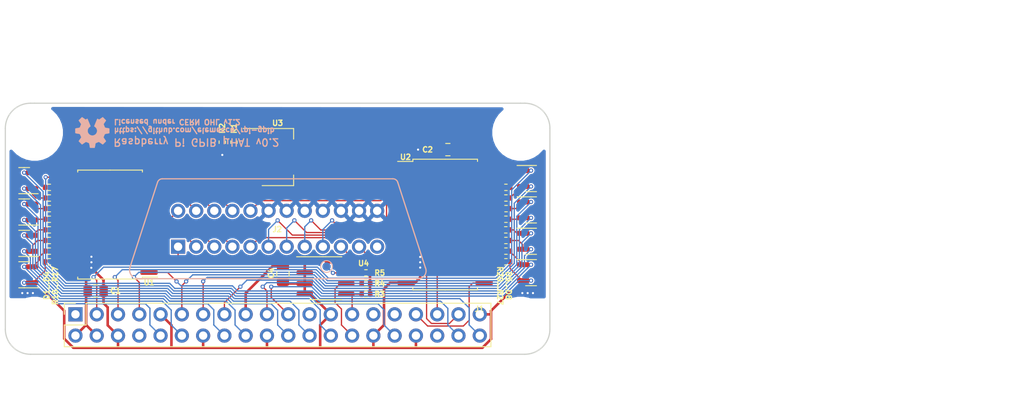
<source format=kicad_pcb>
(kicad_pcb (version 20211014) (generator pcbnew)
  (title_block (title "Raspberry Pi GPIB µHAT") (date "2019-05-17") (rev "0.1") (company "© 2019 Sam Hanes. Licensed under CERN OHL v1.2.") (comment 1 "https://github.com/Elemecca/rpi-gpib"))
  (layers (0 "F.Cu" signal) (31 "B.Cu" signal) (34 "B.Paste" user) (35 "F.Paste" user) (36 "B.SilkS" user "B.Silkscreen") (37 "F.SilkS" user "F.Silkscreen") (38 "B.Mask" user) (39 "F.Mask" user) (44 "Edge.Cuts" user))
  (net 0 "")
  (net 1 "+3V3")
  (net 2 "+5V")
  (net 3 "GND")
  (net 4 "/ID_SD")
  (net 5 "/ID_SC")
  (net 6 "/GPIO12")
  (net 7 "/GPIO13")
  (net 8 "/GPIO19")
  (net 9 "/GPIO26")
  (net 10 "/GPIO20")
  (net 11 "/GPIO21")
  (net 12 "/DIO1")
  (net 13 "/DIO2")
  (net 14 "/DIO3")
  (net 15 "/DIO4")
  (net 16 "/EOI")
  (net 17 "/DAV")
  (net 18 "/NRFD")
  (net 19 "/NDAC")
  (net 20 "/IFC")
  (net 21 "/SRQ")
  (net 22 "/ATN")
  (net 23 "/DIO5")
  (net 24 "/DIO6")
  (net 25 "/DIO7")
  (net 26 "/DIO8")
  (net 27 "/REN")
  (net 28 "/GPIO2")
  (net 29 "/GPIO3")
  (net 30 "/GPIO4")
  (net 31 "/GPIO15")
  (net 32 "/GPIO17")
  (net 33 "/GPIO18")
  (net 34 "/GPIO27")
  (net 35 "/GPIO22")
  (net 36 "/GPIO23")
  (net 37 "/GPIO24")
  (net 38 "/GPIO10")
  (net 39 "/GPIO9")
  (net 40 "/GPIO25")
  (net 41 "/GPIO8")
  (net 42 "/GPIO7")
  (net 43 "/I_DIO1")
  (net 44 "/I_DIO2")
  (net 45 "/I_DIO3")
  (net 46 "/I_DIO4")
  (net 47 "/I_DIO5")
  (net 48 "/I_DIO6")
  (net 49 "/I_DIO7")
  (net 50 "/I_DIO8")
  (net 51 "/I_REN")
  (net 52 "/I_IFC")
  (net 53 "/I_NDAC")
  (net 54 "/I_NRFD")
  (net 55 "/I_DAV")
  (net 56 "/I_EOI")
  (net 57 "/I_ATN")
  (net 58 "/I_SRQ")
  (net 59 "/ID_WP")
  (net 60 "+2V5")
  (net 61 "/GPIO16")
  (net 62 "/GPIO6")
  (net 63 "/GPIO5")
  (net 64 "/GPIO11")
  (net 65 "/GPIO14")
  (net 66 "Earth_Clean")
  (net 67 "Net-(R1-Pad2)")
  (footprint "local:MountingHole_RPi_HAT" (layer "F.Cu") (at 100 123)
    (fp_text reference "H1" hide)
    (fp_text value "MountingHole" hide)
  )
  (footprint "local:MountingHole_RPi_HAT" (layer "F.Cu") (at 158 123)
    (fp_text reference "H2" hide)
    (fp_text value "MountingHole" hide)
  )
  (footprint "local:MountingHole_RPi_HAT" (layer "F.Cu") (at 158 100)
    (fp_text reference "H3" hide)
    (fp_text value "MountingHole" hide)
  )
  (footprint "local:MountingHole_RPi_HAT" (layer "F.Cu") (at 100 100)
    (fp_text reference "H4" hide)
    (fp_text value "MountingHole" hide)
  )
  (footprint "lib:PinSocket_2x20_P2.54mm_Vertical_Centered_Anchor" (layer "F.Cu") (at 129 123 90)
    (fp_text reference "J1")
    (fp_text value "RPI_GPIO")
  )
  (footprint "Capacitor_SMD:C_0805_2012Metric" (layer "F.Cu") (at 129.635 116.904 -90)
    (fp_text reference "C4")
    (fp_text value "1u")
  )
  (footprint "Capacitor_SMD:C_0805_2012Metric" (layer "F.Cu") (at 149.32 102.045 180)
    (fp_text reference "C2")
    (fp_text value "1u")
  )
  (footprint "Capacitor_SMD:C_0805_2012Metric" (layer "F.Cu") (at 107.283 118.936)
    (fp_text reference "C1")
    (fp_text value "1u")
  )
  (footprint "Package_TO_SOT_SMD:SOT-23" (layer "F.Cu") (at 98.75 117 180)
    (fp_text reference "D1" hide)
    (fp_text value "BAT54C")
  )
  (footprint "Package_TO_SOT_SMD:SOT-23" (layer "F.Cu") (at 98.75 113.25 180)
    (fp_text reference "D2" hide)
    (fp_text value "BAT54C")
  )
  (footprint "Package_TO_SOT_SMD:SOT-23" (layer "F.Cu") (at 98.75 109.5 180)
    (fp_text reference "D3" hide)
    (fp_text value "BAT54C")
  )
  (footprint "Package_TO_SOT_SMD:SOT-23" (layer "F.Cu") (at 98.75 105.75 180)
    (fp_text reference "D4" hide)
    (fp_text value "BAT54C")
  )
  (footprint "Package_TO_SOT_SMD:SOT-23" (layer "F.Cu") (at 159.25 105.5)
    (fp_text reference "D5" hide)
    (fp_text value "BAT54C")
  )
  (footprint "Package_TO_SOT_SMD:SOT-23" (layer "F.Cu") (at 159.25 109.25)
    (fp_text reference "D6" hide)
    (fp_text value "BAT54C")
  )
  (footprint "Package_TO_SOT_SMD:SOT-23" (layer "F.Cu") (at 159.25 116.75)
    (fp_text reference "D8" hide)
    (fp_text value "BAT54C")
  )
  (footprint "Package_SO:SOIC-20W_7.5x12.8mm_P1.27mm" (layer "F.Cu") (at 109 111 180)
    (fp_text reference "U1")
    (fp_text value "SN75160BDW")
  )
  (footprint "Package_SO:SOIC-8_3.9x4.9mm_P1.27mm" (layer "F.Cu") (at 134.715 117.412)
    (fp_text reference "U4")
    (fp_text value "CAT24C32")
  )
  (footprint "Package_SO:SOIC-24W_7.5x15.4mm_P1.27mm" (layer "F.Cu") (at 149 111)
    (fp_text reference "U2")
    (fp_text value "SN75162BDW")
  )
  (footprint "Resistor_SMD:R_0402_1005Metric" (layer "F.Cu") (at 101.75 115.445 180)
    (fp_text reference "R10" hide)
    (fp_text value "500R")
  )
  (footprint "Resistor_SMD:R_0402_1005Metric" (layer "F.Cu") (at 101.75 114.175 180)
    (fp_text reference "R11" hide)
    (fp_text value "500R")
  )
  (footprint "Resistor_SMD:R_0402_1005Metric" (layer "F.Cu") (at 101.75 112.905 180)
    (fp_text reference "R12" hide)
    (fp_text value "500R")
  )
  (footprint "Resistor_SMD:R_0402_1005Metric" (layer "F.Cu") (at 101.75 111.635 180)
    (fp_text reference "R13" hide)
    (fp_text value "500R")
  )
  (footprint "Resistor_SMD:R_0402_1005Metric" (layer "F.Cu") (at 101.75 110.365 180)
    (fp_text reference "R14" hide)
    (fp_text value "500R")
  )
  (footprint "Resistor_SMD:R_0402_1005Metric" (layer "F.Cu") (at 101.75 109.095 180)
    (fp_text reference "R15" hide)
    (fp_text value "500R")
  )
  (footprint "Resistor_SMD:R_0402_1005Metric" (layer "F.Cu") (at 101.75 106.555 180)
    (fp_text reference "R17" hide)
    (fp_text value "500R")
  )
  (footprint "Resistor_SMD:R_0402_1005Metric" (layer "F.Cu") (at 156.25 106.555)
    (fp_text reference "R20" hide)
    (fp_text value "500R")
  )
  (footprint "Resistor_SMD:R_0402_1005Metric" (layer "F.Cu") (at 156.25 107.825)
    (fp_text reference "R21" hide)
    (fp_text value "500R")
  )
  (footprint "Resistor_SMD:R_0402_1005Metric" (layer "F.Cu") (at 156.265 109.095)
    (fp_text reference "R22" hide)
    (fp_text value "500R")
  )
  (footprint "Resistor_SMD:R_0402_1005Metric" (layer "F.Cu") (at 156.25 110.365)
    (fp_text reference "R23" hide)
    (fp_text value "500R")
  )
  (footprint "Resistor_SMD:R_0402_1005Metric" (layer "F.Cu") (at 156.235 111.635)
    (fp_text reference "R24" hide)
    (fp_text value "500R")
  )
  (footprint "Resistor_SMD:R_0402_1005Metric" (layer "F.Cu") (at 156.25 112.905)
    (fp_text reference "R25" hide)
    (fp_text value "500R")
  )
  (footprint "Resistor_SMD:R_0402_1005Metric" (layer "F.Cu") (at 156.25 114.175)
    (fp_text reference "R26" hide)
    (fp_text value "500R")
  )
  (footprint "Resistor_SMD:R_0402_1005Metric" (layer "F.Cu") (at 156.25 115.445)
    (fp_text reference "R27" hide)
    (fp_text value "500R")
  )
  (footprint "Resistor_SMD:R_0402_1005Metric" (layer "F.Cu") (at 139.541 119.317 180)
    (fp_text reference "R3")
    (fp_text value "3k9")
  )
  (footprint "Resistor_SMD:R_0402_1005Metric" (layer "F.Cu") (at 139.541 118.047 180)
    (fp_text reference "R4")
    (fp_text value "3k9")
  )
  (footprint "Resistor_SMD:R_0402_1005Metric" (layer "F.Cu") (at 139.541 116.777 180)
    (fp_text reference "R5")
    (fp_text value "1k")
  )
  (footprint "Resistor_SMD:R_0402_1005Metric" (layer "F.Cu") (at 101.75 107.825 180)
    (fp_text reference "R16" hide)
    (fp_text value "500R")
  )
  (footprint "Package_TO_SOT_SMD:SOT-23" (layer "F.Cu") (at 159.25 113)
    (fp_text reference "D7" hide)
    (fp_text value "BAT54C")
  )
  (footprint "Resistor_SMD:R_0402_1005Metric" (layer "F.Cu") (at 123.793 101.156 90)
    (fp_text reference "R1")
    (fp_text value "100R")
  )
  (footprint "Resistor_SMD:R_0402_1005Metric" (layer "F.Cu") (at 122.396 101.156 -90)
    (fp_text reference "R2")
    (fp_text value "100R")
  )
  (footprint "Package_TO_SOT_SMD:SOT-223-3_TabPin2" (layer "F.Cu") (at 129 102.934)
    (fp_text reference "U3")
    (fp_text value "LM317_SOT-223")
  )
  (footprint "local:NorComp_111-024-113L001" (layer "B.Cu") (at 129 111.5)
    (fp_text reference "J2")
    (fp_text value "GPIB")
  )
  (footprint "local:OSHW" (layer "B.Cu") (at 106.889 100)
    (fp_text reference "OSHW" hide)
    (fp_text value "LOGO" hide)
  )
  (footprint "TestPoint:TestPoint_Pad_D1.0mm" (layer "B.Cu") (at 134.842 116.015)
    (fp_text reference "TP1" hide)
    (fp_text value "TestPoint" hide)
  )
  (gr_line (start 100 96.5) (end 158 96.5) (layer "Edge.Cuts") (width 0.15))
  (gr_arc (start 161.5 123.5) (mid 160.62132 125.62132) (end 158.5 126.5) (layer "Edge.Cuts") (width 0.15))
  (gr_arc (start 158.5 96.5) (mid 160.62132 97.37868) (end 161.5 99.5) (layer "Edge.Cuts") (width 0.15))
  (gr_arc (start 96.5 99.5) (mid 97.37868 97.37868) (end 99.5 96.5) (layer "Edge.Cuts") (width 0.15))
  (gr_arc (start 99.5 126.5) (mid 97.37868 125.62132) (end 96.5 123.5) (layer "Edge.Cuts") (width 0.15))
  (gr_line (start 96.5 99.5) (end 96.5 123.5) (layer "Edge.Cuts") (width 0.15))
  (gr_line (start 99.5 126.5) (end 158.5 126.5) (layer "Edge.Cuts") (width 0.15))
  (gr_line (start 161.5 123.5) (end 161.5 99.5) (layer "Edge.Cuts") (width 0.15))
  (gr_line (start 158 96.5) (end 158.5 96.5) (layer "Edge.Cuts") (width 0.15))
  (gr_line (start 100 96.5) (end 99.5 96.5) (layer "Edge.Cuts") (width 0.15))
  (gr_text "https://github.com/elemecca/rpi-gpib\nLicensed under CERN OHL v1.2" (at 109.389 99.251 180) (layer "B.SilkS") (effects (font (size 0.635 0.635) (thickness 0.1524)) (justify left mirror)))
  (gr_text "Raspberry Pi GPIB µHAT v0.2" (at 109.315 101.156 180) (layer "B.SilkS") (effects (font (size 0.889 0.889) (thickness 0.1524)) (justify left mirror)))
  (gr_text "D5...D8\nR20...R27" (at 156.051 118.301 -90) (layer "F.SilkS") (effects (font (size 0.635 0.635) (thickness 0.1524))))
  (gr_text "D1...D4\nR10...R17" (at 101.949 118.301 90) (layer "F.SilkS") (effects (font (size 0.635 0.635) (thickness 0.1524))))
  (segment (start 140.026 115.992) (end 140.026 119.317) (width 0.3048) (layer "F.Cu") (net 1))
  (segment (start 134.23719 114.90219) (end 130.87481 114.90219) (width 0.3048) (layer "F.Cu") (net 1))
  (segment (start 134.842 115.507) (end 134.23719 114.90219) (width 0.3048) (layer "F.Cu") (net 1))
  (segment (start 125.19 119.19) (end 128.4135 115.9665) (width 0.3048) (layer "F.Cu") (net 1))
  (segment (start 130.87481 114.90219) (end 129.8105 115.9665) (width 0.3048) (layer "F.Cu") (net 1))
  (segment (start 137.19 115.507) (end 134.842 115.507) (width 0.3048) (layer "F.Cu") (net 1))
  (segment (start 128.4135 115.9665) (end 129.635 115.9665) (width 0.3048) (layer "F.Cu") (net 1))
  (segment (start 139.541 115.507) (end 140.026 115.992) (width 0.3048) (layer "F.Cu") (net 1))
  (segment (start 125.19 121.73) (end 125.19 119.19) (width 0.3048) (layer "F.Cu") (net 1))
  (segment (start 137.19 115.507) (end 139.541 115.507) (width 0.3048) (layer "F.Cu") (net 1))
  (segment (start 129.8105 115.9665) (end 129.635 115.9665) (width 0.3048) (layer "F.Cu") (net 1))
  (segment (start 106.3455 118.936) (end 106.14 119.1415) (width 0.3048) (layer "F.Cu") (net 2))
  (segment (start 140.543 105.234) (end 142.462 103.315) (width 0.3048) (layer "F.Cu") (net 2))
  (segment (start 122.72621 104.53421) (end 108.60379 104.53421) (width 0.3048) (layer "F.Cu") (net 2))
  (segment (start 151.352 103.315) (end 152.052 104.015) (width 0.3048) (layer "F.Cu") (net 2))
  (segment (start 107.41 124.27) (end 106.14 123) (width 0.3048) (layer "F.Cu") (net 2))
  (segment (start 152.052 104.015) (end 153.65 104.015) (width 0.3048) (layer "F.Cu") (net 2))
  (segment (start 125.85 105.234) (end 123.426 105.234) (width 0.3048) (layer "F.Cu") (net 2))
  (segment (start 123.426 105.234) (end 122.72621 104.53421) (width 0.3048) (layer "F.Cu") (net 2))
  (segment (start 104.35 116.715) (end 106.075 116.715) (width 0.3048) (layer "F.Cu") (net 2))
  (segment (start 153.608 103.973) (end 153.65 104.015) (width 0.3048) (layer "F.Cu") (net 2))
  (segment (start 153.638 104.003) (end 153.65 104.015) (width 0.3048) (layer "F.Cu") (net 2))
  (segment (start 124.834 105.234) (end 140.543 105.234) (width 0.3048) (layer "F.Cu") (net 2))
  (segment (start 106.14 106.998) (end 106.14 123) (width 0.3048) (layer "F.Cu") (net 2))
  (segment (start 142.462 103.315) (end 151.352 103.315) (width 0.3048) (layer "F.Cu") (net 2))
  (segment (start 150.2575 102.045) (end 150.2575 103.2665) (width 0.3048) (layer "F.Cu") (net 2))
  (segment (start 104.87 124.27) (end 106.14 123) (width 0.3048) (layer "F.Cu") (net 2))
  (segment (start 108.60379 104.53421) (end 106.14 106.998) (width 0.3048) (layer "F.Cu") (net 2))
  (segment (start 125.643 105.027) (end 125.85 105.234) (width 0.3048) (layer "F.Cu") (net 2))
  (segment (start 104.620894 125.73) (end 103.527401 124.636507) (width 0.3048) (layer "F.Cu") (net 3))
  (segment (start 140.43 125.6914) (end 140.43 124.27) (width 0.3048) (layer "F.Cu") (net 3))
  (segment (start 106.7623 116.1674) (end 106.7623 107.2647) (width 0.3048) (layer "F.Cu") (net 3))
  (segment (start 156.589446 119.19) (end 158.21 119.19) (width 0.3048) (layer "F.Cu") (net 3))
  (segment (start 132.937 119.317) (end 132.24 119.317) (width 0.3048) (layer "F.Cu") (net 3))
  (segment (start 120.11 125.7168) (end 120.11 124.27) (width 0.3048) (layer "F.Cu") (net 3))
  (segment (start 127.73 125.7041) (end 127.73 124.27) (width 0.3048) (layer "F.Cu") (net 3))
  (segment (start 135.35 121.73) (end 134.08 123) (width 0.3048) (layer "F.Cu") (net 3))
  (segment (start 153.435752 125.73) (end 104.620894 125.73) (width 0.3048) (layer "F.Cu") (net 3))
  (segment (start 129.8405 118.047) (end 129.635 117.8415) (width 0.3048) (layer "F.Cu") (net 3))
  (segment (start 108.2228 120.3965) (end 108.2228 118.9383) (width 0.3048) (layer "F.Cu") (net 3))
  (segment (start 108.7181 123.0381) (end 108.7181 120.8918) (width 0.3048) (layer "F.Cu") (net 3))
  (segment (start 103.527401 121.306847) (end 101.410554 119.19) (width 0.3048) (layer "F.Cu") (net 3))
  (segment (start 108.742 105.285) (end 113.65 105.285) (width 0.3048) (layer "F.Cu") (net 3))
  (segment (start 154.472599 124.693153) (end 154.472599 121.306847) (width 0.3048) (layer "F.Cu") (net 3))
  (segment (start 132.24 119.317) (end 132.24 115.507) (width 0.3048) (layer "F.Cu") (net 3))
  (segment (start 116.3249 123.0249) (end 115.03 121.73) (width 0.3048) (layer "F.Cu") (net 3))
  (segment (start 108.2205 118.936) (end 108.2205 117.6256) (width 0.3048) (layer "F.Cu") (net 3))
  (segment (start 108.2205 117.6256) (end 106.7623 116.1674) (width 0.3048) (layer "F.Cu") (net 3))
  (segment (start 132.24 118.047) (end 129.8405 118.047) (width 0.3048) (layer "F.Cu") (net 3))
  (segment (start 106.7623 107.2647) (end 108.742 105.285) (width 0.3048) (layer "F.Cu") (net 3))
  (segment (start 145.375 117.985) (end 146.018 117.342) (width 0.3048) (layer "F.Cu") (net 3))
  (segment (start 122.396 101.666) (end 122.396 102.68) (width 0.3048) (layer "F.Cu") (net 3))
  (segment (start 108.7181 120.8918) (end 108.2228 120.3965) (width 0.3048) (layer "F.Cu") (net 3))
  (segment (start 154.472599 124.693153) (end 153.435752 125.73) (width 0.3048) (layer "F.Cu") (net 3))
  (segment (start 116.3249 125.73) (end 116.3249 123.0249) (width 0.3048) (layer "F.Cu") (net 3))
  (segment (start 134.08 123) (end 134.08 125.667) (width 0.3048) (layer "F.Cu") (net 3))
  (segment (start 141.7 123) (end 141.7 118.682) (width 0.3048) (layer "F.Cu") (net 3))
  (segment (start 158.845 119.19) (end 159.48 119.19) (width 0.3048) (layer "F.Cu") (net 3))
  (segment (start 99.79 119.19) (end 99.155 119.19) (width 0.3048) (layer "F.Cu") (net 3))
  (segment (start 109.95 124.27) (end 109.95 125.666) (width 0.3048) (layer "F.Cu") (net 3))
  (segment (start 142.397 117.985) (end 144.35 117.985) (width 0.3048) (layer "F.Cu") (net 3))
  (segment (start 153.13 121.73) (end 154.418198 121.73) (width 0.3048) (layer "F.Cu") (net 3))
  (segment (start 144.35 117.985) (end 145.375 117.985) (width 0.3048) (layer "F.Cu") (net 3))
  (segment (start 158.21 119.19) (end 158.845 119.19) (width 0.3048) (layer "F.Cu") (net 3))
  (segment (start 146.018 116.142) (end 146.018 115.507) (width 0.3048) (layer "F.Cu") (net 3))
  (segment (start 108.2228 118.9383) (end 108.2205 118.936) (width 0.3048) (layer "F.Cu") (net 3))
  (segment (start 135.35 121.73) (end 132.937 119.317) (width 0.3048) (layer "F.Cu") (net 3))
  (segment (start 129.6835 118.047) (end 129.635 118.0955) (width 0.3048) (layer "F.Cu") (net 3))
  (segment (start 109.95 124.27) (end 108.7181 123.0381) (width 0.3048) (layer "F.Cu") (net 3))
  (segment (start 140.43 124.27) (end 141.7 123) (width 0.3048) (layer "F.Cu") (net 3))
  (segment (start 145.51 124.27) (end 145.51 125.6914) (width 0.3048) (layer "F.Cu") (net 3))
  (segment (start 141.7 118.682) (end 142.397 117.985) (width 0.3048) (layer "F.Cu") (net 3))
  (segment (start 146.018 115.507) (end 146.018 114.872) (width 0.3048) (layer "F.Cu") (net 3))
  (segment (start 148.3825 102.045) (end 145.764 102.045) (width 0.3048) (layer "F.Cu") (net 3))
  (segment (start 99.155 119.19) (end 98.52 119.19) (width 0.3048) (layer "F.Cu") (net 3))
  (segment (start 154.472599 121.306847) (end 156.589446 119.19) (width 0.3048) (layer "F.Cu") (net 3))
  (segment (start 146.018 117.342) (end 146.018 116.142) (width 0.3048) (layer "F.Cu") (net 3))
  (segment (start 103.527401 124.636507) (end 103.527401 121.306847) (width 0.3048) (layer "F.Cu") (net 3))
  (segment (start 101.410554 119.19) (end 99.79 119.19) (width 0.3048) (layer "F.Cu") (net 3))
  (via (at 106.7623 116.1674) (size 0.508) (drill 0.254) (layers "F.Cu" "B.Cu") (net 3))
  (via (at 106.775 115.507) (size 0.508) (drill 0.254) (layers "F.Cu" "B.Cu") (net 3))
  (via (at 159.48 119.19) (size 0.508) (drill 0.254) (layers "F.Cu" "B.Cu") (net 3))
  (via (at 145.764 102.045) (size 0.508) (drill 0.254) (layers "F.Cu" "B.Cu") (net 3))
  (via (at 146.018 114.872) (size 0.508) (drill 0.254) (layers "F.Cu" "B.Cu") (net 3))
  (via (at 158.845 119.19) (size 0.508) (drill 0.254) (layers "F.Cu" "B.Cu") (net 3))
  (via (at 146.018 115.507) (size 0.508) (drill 0.254) (layers "F.Cu" "B.Cu") (net 3))
  (via (at 99.79 119.19) (size 0.508) (drill 0.254) (layers "F.Cu" "B.Cu") (net 3))
  (via (at 146.018 116.142) (size 0.508) (drill 0.254) (layers "F.Cu" "B.Cu") (net 3))
  (via (at 98.52 119.19) (size 0.508) (drill 0.254) (layers "F.Cu" "B.Cu") (net 3))
  (via (at 122.396 102.68) (size 0.508) (drill 0.254) (layers "F.Cu" "B.Cu") (net 3))
  (via (at 99.155 119.19) (size 0.508) (drill 0.254) (layers "F.Cu" "B.Cu") (net 3))
  (via (at 106.775 114.8466) (size 0.508) (drill 0.254) (layers "F.Cu" "B.Cu") (net 3))
  (via (at 158.21 119.19) (size 0.508) (drill 0.254) (layers "F.Cu" "B.Cu") (net 3))
  (segment (start 137.19 119.317) (end 139.056 119.317) (width 0.1524) (layer "F.Cu") (net 4))
  (segment (start 137.89 121.73) (end 137.89 119.444) (width 0.1524) (layer "F.Cu") (net 4))
  (segment (start 137.19 118.047) (end 139.056 118.047) (width 0.1524) (layer "F.Cu") (net 5))
  (segment (start 137.89 124.27) (end 137.763 124.27) (width 0.1524) (layer "F.Cu") (net 5))
  (segment (start 136.62 121.095) (end 135.858 120.333) (width 0.1524) (layer "F.Cu") (net 5))
  (segment (start 136.62 123) (end 136.62 121.095) (width 0.1524) (layer "F.Cu") (net 5))
  (segment (start 137.89 124.27) (end 136.62 123) (width 0.1524) (layer "F.Cu") (net 5))
  (segment (start 135.858 118.682) (end 136.493 118.047) (width 0.1524) (layer "F.Cu") (net 5))
  (segment (start 136.493 118.047) (end 137.19 118.047) (width 0.1524) (layer "F.Cu") (net 5))
  (segment (start 135.858 120.333) (end 135.858 118.682) (width 0.1524) (layer "F.Cu") (net 5))
  (segment (start 98.75 104.8) (end 99.75 104.8) (width 0.1524) (layer "F.Cu") (net 6))
  (segment (start 100.552 105.602) (end 99.75 104.8) (width 0.1524) (layer "F.Cu") (net 6))
  (segment (start 100.552 105.855) (end 100.552 105.602) (width 0.1524) (layer "F.Cu") (net 6))
  (segment (start 101.252 106.555) (end 100.552 105.855) (width 0.1524) (layer "F.Cu") (net 6))
  (segment (start 101.265 106.555) (end 101.252 106.555) (width 0.1524) (layer "F.Cu") (net 6))
  (via (at 98.75 104.8) (size 0.508) (drill 0.254) (layers "F.Cu" "B.Cu") (net 6))
  (segment (start 101.009243 107.059243) (end 98.75 104.8) (width 0.1524) (layer "B.Cu") (net 6))
  (segment (start 142.97 124.27) (end 141.7 123) (width 0.1524) (layer "B.Cu") (net 6))
  (segment (start 101.009243 115.722848) (end 101.009243 107.059243) (width 0.1524) (layer "B.Cu") (net 6))
  (segment (start 141.7 121.185835) (end 140.974166 120.460001) (width 0.1524) (layer "B.Cu") (net 6))
  (segment (start 132.8708 119.545568) (end 123.967828 119.545568) (width 0.1524) (layer "B.Cu") (net 6))
  (segment (start 123.358213 118.935953) (end 116.600351 118.935952) (width 0.1524) (layer "B.Cu") (net 6))
  (segment (start 140.974166 120.460001) (end 133.785232 120.460001) (width 0.1524) (layer "B.Cu") (net 6))
  (segment (start 123.967828 119.545568) (end 123.358213 118.935953) (width 0.1524) (layer "B.Cu") (net 6))
  (segment (start 133.785232 120.460001) (end 132.8708 119.545568) (width 0.1524) (layer "B.Cu") (net 6))
  (segment (start 115.990725 118.326326) (end 103.61272 118.326325) (width 0.1524) (layer "B.Cu") (net 6))
  (segment (start 116.600351 118.935952) (end 115.990725 118.326326) (width 0.1524) (layer "B.Cu") (net 6))
  (segment (start 103.61272 118.326325) (end 101.009243 115.722848) (width 0.1524) (layer "B.Cu") (net 6))
  (segment (start 141.7 123) (end 141.7 121.185835) (width 0.1524) (layer "B.Cu") (net 6))
  (segment (start 151.86 118.428) (end 152.303 117.985) (width 0.1524) (layer "F.Cu") (net 7))
  (segment (start 146.907 123.127) (end 151.172128 123.127) (width 0.1524) (layer "F.Cu") (net 7))
  (segment (start 152.303 117.985) (end 153.65 117.985) (width 0.1524) (layer "F.Cu") (net 7))
  (segment (start 145.51 121.73) (end 146.907 123.127) (width 0.1524) (layer "F.Cu") (net 7))
  (segment (start 151.86 122.439128) (end 151.86 118.428) (width 0.1524) (layer "F.Cu") (net 7))
  (segment (start 151.172128 123.127) (end 151.86 122.439128) (width 0.1524) (layer "F.Cu") (net 7))
  (segment (start 148.05 121.73) (end 148.05 106.236) (width 0.1524) (layer "F.Cu") (net 8))
  (segment (start 145.829 104.015) (end 144.35 104.015) (width 0.1524) (layer "F.Cu") (net 8))
  (segment (start 148.05 106.236) (end 145.829 104.015) (width 0.1524) (layer "F.Cu") (net 8))
  (segment (start 150.59 121.73) (end 149.497811 122.822189) (width 0.1524) (layer "F.Cu") (net 9))
  (segment (start 149.497811 122.822189) (end 147.364189 122.822189) (width 0.1524) (layer "F.Cu") (net 9))
  (segment (start 146.78 122.238) (end 146.78 106.236) (width 0.1524) (layer "F.Cu") (net 9))
  (segment (start 145.829 105.285) (end 144.35 105.285) (width 0.1524) (layer "F.Cu") (net 9))
  (segment (start 147.364189 122.822189) (end 146.78 122.238) (width 0.1524) (layer "F.Cu") (net 9))
  (segment (start 146.78 106.236) (end 145.829 105.285) (width 0.1524) (layer "F.Cu") (net 9))
  (segment (start 101.314 105.347) (end 104.288 105.347) (width 0.1524) (layer "F.Cu") (net 10))
  (segment (start 104.288 105.347) (end 104.35 105.285) (width 0.1524) (layer "F.Cu") (net 10))
  (via (at 101.314 105.347) (size 0.508) (drill 0.254) (layers "F.Cu" "B.Cu") (net 10))
  (segment (start 123.48447 118.631144) (end 124.094084 119.240758) (width 0.1524) (layer "B.Cu") (net 10))
  (segment (start 124.094084 119.240758) (end 132.997057 119.240759) (width 0.1524) (layer "B.Cu") (net 10))
  (segment (start 149.32 121.020872) (end 149.32 123) (width 0.1524) (layer "B.Cu") (net 10))
  (segment (start 116.116979 118.021514) (end 116.726608 118.631143) (width 0.1524) (layer "B.Cu") (net 10))
  (segment (start 148.454319 120.155191) (end 149.32 121.020872) (width 0.1524) (layer "B.Cu") (net 10))
  (segment (start 133.911488 120.155191) (end 148.454319 120.155191) (width 0.1524) (layer "B.Cu") (net 10))
  (segment (start 116.726608 118.631143) (end 123.48447 118.631144) (width 0.1524) (layer "B.Cu") (net 10))
  (segment (start 101.314054 105.347054) (end 101.314 105.347) (width 0.1524) (layer "B.Cu") (net 10))
  (segment (start 101.314054 115.596592) (end 103.738976 118.021514) (width 0.1524) (layer "B.Cu") (net 10))
  (segment (start 149.32 123) (end 150.59 124.27) (width 0.1524) (layer "B.Cu") (net 10))
  (segment (start 101.314054 115.596592) (end 101.314054 105.347054) (width 0.1524) (layer "B.Cu") (net 10))
  (segment (start 132.997057 119.240759) (end 133.911488 120.155191) (width 0.1524) (layer "B.Cu") (net 10))
  (segment (start 103.738976 118.021514) (end 116.116979 118.021514) (width 0.1524) (layer "B.Cu") (net 10))
  (segment (start 113.65 116.715) (end 115.857 116.715) (width 0.1524) (layer "F.Cu") (net 11))
  (segment (start 116.935 117.793) (end 115.857 116.715) (width 0.1524) (layer "F.Cu") (net 11))
  (via (at 116.935 117.793) (size 0.508) (drill 0.254) (layers "F.Cu" "B.Cu") (net 11))
  (segment (start 133.140883 118.935949) (end 124.22034 118.935948) (width 0.1524) (layer "B.Cu") (net 11))
  (segment (start 151.86 120.968) (end 150.742381 119.850381) (width 0.1524) (layer "B.Cu") (net 11))
  (segment (start 134.055315 119.850381) (end 133.140883 118.935949) (width 0.1524) (layer "B.Cu") (net 11))
  (segment (start 123.610727 118.326335) (end 117.468335 118.326335) (width 0.1524) (layer "B.Cu") (net 11))
  (segment (start 124.22034 118.935948) (end 123.610727 118.326335) (width 0.1524) (layer "B.Cu") (net 11))
  (segment (start 117.468335 118.326335) (end 116.935 117.793) (width 0.1524) (layer "B.Cu") (net 11))
  (segment (start 150.742381 119.850381) (end 134.055315 119.850381) (width 0.1524) (layer "B.Cu") (net 11))
  (segment (start 153.13 124.27) (end 151.86 123) (width 0.1524) (layer "B.Cu") (net 11))
  (segment (start 151.86 123) (end 151.86 120.968) (width 0.1524) (layer "B.Cu") (net 11))
  (segment (start 116.6887 115.445) (end 113.65 115.445) (width 0.1524) (layer "F.Cu") (net 12))
  (segment (start 117.12 113.645) (end 117.12 115.0137) (width 0.1524) (layer "F.Cu") (net 12))
  (segment (start 117.12 115.0137) (end 116.6887 115.445) (width 0.1524) (layer "F.Cu") (net 12))
  (segment (start 116.056445 112.244621) (end 117.879621 112.244621) (width 0.1524) (layer "F.Cu") (net 13))
  (segment (start 115.5 112.801066) (end 116.056445 112.244621) (width 0.1524) (layer "F.Cu") (net 13))
  (segment (start 117.879621 112.244621) (end 119.28 113.645) (width 0.1524) (layer "F.Cu") (net 13))
  (segment (start 113.65 114.175) (end 114.965 114.175) (width 0.1524) (layer "F.Cu") (net 13))
  (segment (start 115.5 113.64) (end 115.5 112.801066) (width 0.1524) (layer "F.Cu") (net 13))
  (segment (start 114.965 114.175) (end 115.5 113.64) (width 0.1524) (layer "F.Cu") (net 13))
  (segment (start 114.965 112.905) (end 115.93019 111.93981) (width 0.1524) (layer "F.Cu") (net 14))
  (segment (start 115.93019 111.93981) (end 119.73481 111.93981) (width 0.1524) (layer "F.Cu") (net 14))
  (segment (start 119.73481 111.93981) (end 121.44 113.645) (width 0.1524) (layer "F.Cu") (net 14))
  (segment (start 113.65 112.905) (end 114.965 112.905) (width 0.1524) (layer "F.Cu") (net 14))
  (segment (start 113.65 111.635) (end 121.59 111.635) (width 0.1524) (layer "F.Cu") (net 15))
  (segment (start 121.59 111.635) (end 123.6 113.645) (width 0.1524) (layer "F.Cu") (net 15))
  (segment (start 144.35 112.905) (end 142.527 112.905) (width 0.1524) (layer "F.Cu") (net 16))
  (segment (start 142.527 112.905) (end 142.188399 112.566399) (width 0.1524) (layer "F.Cu") (net 16))
  (segment (start 142.188399 112.566399) (end 126.838601 112.566399) (width 0.1524) (layer "F.Cu") (net 16))
  (segment (start 126.838601 112.566399) (end 125.76 113.645) (width 0.1524) (layer "F.Cu") (net 16))
  (segment (start 141.285609 112.261589) (end 130.761589 112.261589) (width 0.1524) (layer "F.Cu") (net 17))
  (segment (start 144.35 111.635) (end 141.912198 111.635) (width 0.1524) (layer "F.Cu") (net 17))
  (segment (start 141.912198 111.635) (end 141.285609 112.261589) (width 0.1524) (layer "F.Cu") (net 17))
  (segment (start 130.761589 112.261589) (end 129 110.5) (width 0.1524) (layer "F.Cu") (net 17))
  (via (at 129 110.5) (size 0.508) (drill 0.254) (layers "F.Cu" "B.Cu") (net 17))
  (segment (start 127.92 113.645) (end 127.92 111.58) (width 0.1524) (layer "B.Cu") (net 17))
  (segment (start 127.92 111.58) (end 129 110.5) (width 0.1524) (layer "B.Cu") (net 17))
  (segment (start 142.751132 110.365) (end 141.159352 111.95678) (width 0.1524) (layer "F.Cu") (net 18))
  (segment (start 141.159352 111.95678) (end 132.456779 111.956779) (width 0.1524) (layer "F.Cu") (net 18))
  (segment (start 144.35 110.365) (end 142.751132 110.365) (width 0.1524) (layer "F.Cu") (net 18))
  (segment (start 132.456779 111.956779) (end 131 110.5) (width 0.1524) (layer "F.Cu") (net 18))
  (via (at 131 110.5) (size 0.508) (drill 0.254) (layers "F.Cu" "B.Cu") (net 18))
  (segment (start 130.08 113.645) (end 130.08 111.42) (width 0.1524) (layer "B.Cu") (net 18))
  (segment (start 130.08 111.42) (end 131 110.5) (width 0.1524) (layer "B.Cu") (net 18))
  (segment (start 142.30481 109.56819) (end 142.778 109.095) (width 0.1524) (layer "F.Cu") (net 19))
  (segment (start 134.151969 111.651969) (end 141.033098 111.651968) (width 0.1524) (layer "F.Cu") (net 19))
  (segment (start 141.033098 111.651968) (end 142.30481 110.380256) (width 0.1524) (layer "F.Cu") (net 19))
  (segment (start 142.778 109.095) (end 144.35 109.095) (width 0.1524) (layer "F.Cu") (net 19))
  (segment (start 133 110.5) (end 134.151969 111.651969) (width 0.1524) (layer "F.Cu") (net 19))
  (segment (start 142.30481 110.380256) (end 142.30481 109.56819) (width 0.1524) (layer "F.Cu") (net 19))
  (via (at 133 110.5) (size 0.508) (drill 0.254) (layers "F.Cu" "B.Cu") (net 19))
  (segment (start 132.24 113.645) (end 132.24 111.26) (width 0.1524) (layer "B.Cu") (net 19))
  (segment (start 132.24 111.26) (end 133 110.5) (width 0.1524) (layer "B.Cu") (net 19))
  (segment (start 140.906841 111.347159) (end 142 110.254) (width 0.1524) (layer "F.Cu") (net 20))
  (segment (start 135.5 110.5) (end 136.347159 111.347159) (width 0.1524) (layer "F.Cu") (net 20))
  (segment (start 142.778 107.825) (end 144.35 107.825) (width 0.1524) (layer "F.Cu") (net 20))
  (segment (start 136.347159 111.347159) (end 140.906841 111.347159) (width 0.1524) (layer "F.Cu") (net 20))
  (segment (start 142 110.254) (end 142 108.603) (width 0.1524) (layer "F.Cu") (net 20))
  (segment (start 142 108.603) (end 142.778 107.825) (width 0.1524) (layer "F.Cu") (net 20))
  (via (at 135.5 110.5) (size 0.508) (drill 0.254) (layers "F.Cu" "B.Cu") (net 20))
  (segment (start 134.4 111.6) (end 135.5 110.5) (width 0.1524) (layer "B.Cu") (net 20))
  (segment (start 134.4 113.645) (end 134.4 111.6) (width 0.1524) (layer "B.Cu") (net 20))
  (segment (start 137.66 114.745) (end 136.56 113.645) (width 0.1524) (layer "F.Cu") (net 21))
  (segment (start 139.693744 115.04981) (end 139.388934 114.745) (width 0.1524) (layer "F.Cu") (net 21))
  (segment (start 144.35 115.445) (end 142.29838 115.445) (width 0.1524) (layer "F.Cu") (net 21))
  (segment (start 141.90319 115.04981) (end 139.693744 115.04981) (width 0.1524) (layer "F.Cu") (net 21))
  (segment (start 142.29838 115.445) (end 141.90319 115.04981) (width 0.1524) (layer "F.Cu") (net 21))
  (segment (start 139.388934 114.745) (end 137.66 114.745) (width 0.1524) (layer "F.Cu") (net 21))
  (segment (start 139.82 114.745) (end 138.72 113.645) (width 0.1524) (layer "F.Cu") (net 22))
  (segment (start 142.524 114.175) (end 141.954 114.745) (width 0.1524) (layer "F.Cu") (net 22))
  (segment (start 144.35 114.175) (end 142.524 114.175) (width 0.1524) (layer "F.Cu") (net 22))
  (segment (start 141.954 114.745) (end 139.82 114.745) (width 0.1524) (layer "F.Cu") (net 22))
  (segment (start 116.11 110.365) (end 117.12 109.355) (width 0.1524) (layer "F.Cu") (net 23))
  (segment (start 113.65 110.365) (end 116.11 110.365) (width 0.1524) (layer "F.Cu") (net 23))
  (segment (start 113.65 109.095) (end 115.344335 109.095) (width 0.1524) (layer "F.Cu") (net 24))
  (segment (start 116.309525 108.12981) (end 118.05481 108.12981) (width 0.1524) (layer "F.Cu") (net 24))
  (segment (start 115.344335 109.095) (end 116.309525 108.12981) (width 0.1524) (layer "F.Cu") (net 24))
  (segment (start 118.05481 108.12981) (end 119.28 109.355) (width 0.1524) (layer "F.Cu") (net 24))
  (segment (start 119.91 107.825) (end 121.44 109.355) (width 0.1524) (layer "F.Cu") (net 25))
  (segment (start 113.65 107.825) (end 119.91 107.825) (width 0.1524) (layer "F.Cu") (net 25))
  (segment (start 116.31419 107.52019) (end 115.349 106.555) (width 0.1524) (layer "F.Cu") (net 26))
  (segment (start 121.765191 107.520191) (end 116.31419 107.52019) (width 0.1524) (layer "F.Cu") (net 26))
  (segment (start 115.349 106.555) (end 113.65 106.555) (width 0.1524) (layer "F.Cu") (net 26))
  (segment (start 123.6 109.355) (end 121.765191 107.520191) (width 0.1524) (layer "F.Cu") (net 26))
  (segment (start 126.974 108.141) (end 141.319 108.141) (width 0.1524) (layer "F.Cu") (net 27))
  (segment (start 125.76 109.355) (end 126.974 108.141) (width 0.1524) (layer "F.Cu") (net 27))
  (segment (start 142.905 106.555) (end 144.35 106.555) (width 0.1524) (layer "F.Cu") (net 27))
  (segment (start 141.319 108.141) (end 142.905 106.555) (width 0.1524) (layer "F.Cu") (net 27))
  (segment (start 158.2 104.55) (end 158.25 104.55) (width 0.1524) (layer "F.Cu") (net 28))
  (segment (start 107.41 121.73) (end 107.41 117.665986) (width 0.1524) (layer "F.Cu") (net 28))
  (segment (start 158.25 104.55) (end 159.25 104.55) (width 0.1524) (layer "F.Cu") (net 28))
  (segment (start 156.735 106.015) (end 158.2 104.55) (width 0.1524) (layer "F.Cu") (net 28))
  (segment (start 156.735 106.555) (end 156.735 106.015) (width 0.1524) (layer "F.Cu") (net 28))
  (segment (start 107.41 117.665986) (end 107.029014 117.285) (width 0.1524) (layer "F.Cu") (net 28))
  (via (at 107.029014 117.285) (size 0.508) (drill 0.254) (layers "F.Cu" "B.Cu") (net 28))
  (via (at 159.25 104.55) (size 0.508) (drill 0.254) (layers "F.Cu" "B.Cu") (net 28))
  (segment (start 156.939951 115.523653) (end 156.939951 106.860049) (width 0.1524) (layer "B.Cu") (net 28))
  (segment (start 135.065362 117.411894) (end 155.05171 117.411894) (width 0.1524) (layer "B.Cu") (net 28))
  (segment (start 108.222859 116.091155) (end 133.744623 116.091155) (width 0.1524) (layer "B.Cu") (net 28))
  (segment (start 133.744623 116.091155) (end 135.065362 117.411894) (width 0.1524) (layer "B.Cu") (net 28))
  (segment (start 107.029014 117.285) (end 108.222859 116.091155) (width 0.1524) (layer "B.Cu") (net 28))
  (segment (start 156.939951 106.860049) (end 159.25 104.55) (width 0.1524) (layer "B.Cu") (net 28))
  (segment (start 155.05171 117.411894) (end 156.939951 115.523653) (width 0.1524) (layer "B.Cu") (net 28))
  (segment (start 109.95 121.73) (end 109.95 117.666) (width 0.1524) (layer "F.Cu") (net 29))
  (segment (start 158.11 106.45) (end 158.25 106.45) (width 0.1524) (layer "F.Cu") (net 29))
  (segment (start 156.735 107.825) (end 158.11 106.45) (width 0.1524) (layer "F.Cu") (net 29))
  (segment (start 109.95 117.666) (end 109.569 117.285) (width 0.1524) (layer "F.Cu") (net 29))
  (segment (start 158.25 106.45) (end 159.25 106.45) (width 0.1524) (layer "F.Cu") (net 29))
  (via (at 159.25 106.45) (size 0.508) (drill 0.254) (layers "F.Cu" "B.Cu") (net 29))
  (via (at 109.569 117.285) (size 0.508) (drill 0.254) (layers "F.Cu" "B.Cu") (net 29))
  (segment (start 133.618369 116.395967) (end 134.939106 117.716705) (width 0.1524) (layer "B.Cu") (net 29))
  (segment (start 157.244761 108.455239) (end 159.25 106.45) (width 0.1524) (layer "B.Cu") (net 29))
  (segment (start 155.177965 117.716705) (end 157.244761 115.649909) (width 0.1524) (layer "B.Cu") (net 29))
  (segment (start 157.244761 115.649909) (end 157.244761 108.455239) (width 0.1524) (layer "B.Cu") (net 29))
  (segment (start 109.569 117.285) (end 110.458033 116.395967) (width 0.1524) (layer "B.Cu") (net 29))
  (segment (start 110.458033 116.395967) (end 133.618369 116.395967) (width 0.1524) (layer "B.Cu") (net 29))
  (segment (start 134.939106 117.716705) (end 155.177965 117.716705) (width 0.1524) (layer "B.Cu") (net 29))
  (segment (start 158.25 108.3) (end 159.25 108.3) (width 0.1524) (layer "F.Cu") (net 30))
  (segment (start 156.75 109.095) (end 157.4412 109.095) (width 0.1524) (layer "F.Cu") (net 30))
  (segment (start 112.49 117.92) (end 111.855 117.285) (width 0.1524) (layer "F.Cu") (net 30))
  (segment (start 158.2362 108.3) (end 158.25 108.3) (width 0.1524) (layer "F.Cu") (net 30))
  (segment (start 112.49 121.73) (end 112.49 117.92) (width 0.1524) (layer "F.Cu") (net 30))
  (segment (start 157.4412 109.095) (end 158.2362 108.3) (width 0.1524) (layer "F.Cu") (net 30))
  (via (at 111.855 117.285) (size 0.508) (drill 0.254) (layers "F.Cu" "B.Cu") (net 30))
  (via (at 159.25 108.3) (size 0.508) (drill 0.254) (layers "F.Cu" "B.Cu") (net 30))
  (segment (start 133.492113 116.700778) (end 134.81285 118.021516) (width 0.1524) (layer "B.Cu") (net 30))
  (segment (start 157.549571 110.000429) (end 159.25 108.3) (width 0.1524) (layer "B.Cu") (net 30))
  (segment (start 157.549571 115.776165) (end 157.549571 110.000429) (width 0.1524) (layer "B.Cu") (net 30))
  (segment (start 134.81285 118.021516) (end 155.30422 118.021516) (width 0.1524) (layer "B.Cu") (net 30))
  (segment (start 112.439222 116.700778) (end 133.492113 116.700778) (width 0.1524) (layer "B.Cu") (net 30))
  (segment (start 111.855 117.285) (end 112.439222 116.700778) (width 0.1524) (layer "B.Cu") (net 30))
  (segment (start 155.30422 118.021516) (end 157.549571 115.776165) (width 0.1524) (layer "B.Cu") (net 30))
  (segment (start 99.8 117.95) (end 99.75 117.95) (width 0.1524) (layer "F.Cu") (net 31))
  (segment (start 101.265 115.445) (end 101.265 116.485) (width 0.1524) (layer "F.Cu") (net 31))
  (segment (start 98.75 117.95) (end 99.75 117.95) (width 0.1524) (layer "F.Cu") (net 31))
  (segment (start 101.265 116.485) (end 99.8 117.95) (width 0.1524) (layer "F.Cu") (net 31))
  (via (at 98.75 117.95) (size 0.508) (drill 0.254) (layers "F.Cu" "B.Cu") (net 31))
  (segment (start 100.218934 117.95) (end 102.728934 120.46) (width 0.1524) (layer "B.Cu") (net 31))
  (segment (start 113.209 120.46) (end 113.76 121.011) (width 0.1524) (layer "B.Cu") (net 31))
  (segment (start 98.75 117.95) (end 100.218934 117.95) (width 0.1524) (layer "B.Cu") (net 31))
  (segment (start 113.76 123) (end 115.03 124.27) (width 0.1524) (layer "B.Cu") (net 31))
  (segment (start 113.76 121.011) (end 113.76 123) (width 0.1524) (layer "B.Cu") (net 31))
  (segment (start 102.728934 120.46) (end 113.209 120.46) (width 0.1524) (layer "B.Cu") (net 31))
  (segment (start 156.735 110.365) (end 158.085 110.365) (width 0.1524) (layer "F.Cu") (net 32))
  (segment (start 117.57 121.73) (end 117.57 118.30101) (width 0.1524) (layer "F.Cu") (net 32))
  (segment (start 158.085 110.365) (end 158.25 110.2) (width 0.1524) (layer "F.Cu") (net 32))
  (segment (start 158.25 110.2) (end 159.25 110.2) (width 0.1524) (layer "F.Cu") (net 32))
  (segment (start 117.57 118.30101) (end 118.078016 117.792994) (width 0.1524) (layer "F.Cu") (net 32))
  (via (at 118.078016 117.792994) (size 0.508) (drill 0.254) (layers "F.Cu" "B.Cu") (net 32))
  (via (at 159.25 110.2) (size 0.508) (drill 0.254) (layers "F.Cu" "B.Cu") (net 32))
  (segment (start 157.854381 111.595619) (end 159.25 110.2) (width 0.1524) (layer "B.Cu") (net 32))
  (segment (start 133.365857 117.005589) (end 134.686594 118.326327) (width 0.1524) (layer "B.Cu") (net 32))
  (segment (start 118.078016 117.792994) (end 118.865421 117.005589) (width 0.1524) (layer "B.Cu") (net 32))
  (segment (start 155.430475 118.326327) (end 157.85438 115.902422) (width 0.1524) (layer "B.Cu") (net 32))
  (segment (start 134.686594 118.326327) (end 155.430475 118.326327) (width 0.1524) (layer "B.Cu") (net 32))
  (segment (start 118.865421 117.005589) (end 133.365857 117.005589) (width 0.1524) (layer "B.Cu") (net 32))
  (segment (start 157.85438 115.902422) (end 157.854381 111.595619) (width 0.1524) (layer "B.Cu") (net 32))
  (segment (start 99.755 116.05) (end 99.75 116.05) (width 0.1524) (layer "F.Cu") (net 33))
  (segment (start 100.552 115.253) (end 99.755 116.05) (width 0.1524) (layer "F.Cu") (net 33))
  (segment (start 98.75 116.05) (end 99.75 116.05) (width 0.1524) (layer "F.Cu") (net 33))
  (segment (start 101.265 114.175) (end 100.552 114.888) (width 0.1524) (layer "F.Cu") (net 33))
  (segment (start 100.552 114.888) (end 100.552 115.253) (width 0.1524) (layer "F.Cu") (net 33))
  (via (at 98.75 116.05) (size 0.508) (drill 0.254) (layers "F.Cu" "B.Cu") (net 33))
  (segment (start 98.75 116.05) (end 102.85519 120.15519) (width 0.1524) (layer "B.Cu") (net 33))
  (segment (start 116.3 121.222) (end 115.23319 120.15519) (width 0.1524) (layer "B.Cu") (net 33))
  (segment (start 117.57 124.27) (end 116.3 123) (width 0.1524) (layer "B.Cu") (net 33))
  (segment (start 116.3 123) (end 116.3 121.222) (width 0.1524) (layer "B.Cu") (net 33))
  (segment (start 115.23319 120.15519) (end 102.85519 120.15519) (width 0.1524) (layer "B.Cu") (net 33))
  (segment (start 120.11 121.73) (end 120.11 117.793) (width 0.1524) (layer "F.Cu") (net 34))
  (segment (start 156.72 111.635) (end 157.1574 111.635) (width 0.1524) (layer "F.Cu") (net 34))
  (segment (start 158.25 112.05) (end 159.25 112.05) (width 0.1524) (layer "F.Cu") (net 34))
  (segment (start 157.5724 112.05) (end 158.25 112.05) (width 0.1524) (layer "F.Cu") (net 34))
  (segment (start 157.1574 111.635) (end 157.5724 112.05) (width 0.1524) (layer "F.Cu") (net 34))
  (via (at 159.25 112.05) (size 0.508) (drill 0.254) (layers "F.Cu" "B.Cu") (net 34))
  (via (at 120.11 117.793) (size 0.508) (drill 0.254) (layers "F.Cu" "B.Cu") (net 34))
  (segment (start 158.15919 113.14081) (end 159.25 112.05) (width 0.1524) (layer "B.Cu") (net 34))
  (segment (start 120.5926 117.3104) (end 133.239601 117.3104) (width 0.1524) (layer "B.Cu") (net 34))
  (segment (start 120.11 117.793) (end 120.5926 117.3104) (width 0.1524) (layer "B.Cu") (net 34))
  (segment (start 133.239601 117.3104) (end 134.560338 118.631138) (width 0.1524) (layer "B.Cu") (net 34))
  (segment (start 134.560338 118.631138) (end 155.55673 118.631138) (width 0.1524) (layer "B.Cu") (net 34))
  (segment (start 155.55673 118.631138) (end 158.15919 116.028678) (width 0.1524) (layer "B.Cu") (net 34))
  (segment (start 158.15919 116.028678) (end 158.15919 113.14081) (width 0.1524) (layer "B.Cu") (net 34))
  (segment (start 122.65 121.73) (end 122.65 120.333) (width 0.1524) (layer "F.Cu") (net 35))
  (segment (start 158.25 113.3976) (end 158.25 113.95) (width 0.1524) (layer "F.Cu") (net 35))
  (segment (start 156.735 112.905) (end 157.7574 112.905) (width 0.1524) (layer "F.Cu") (net 35))
  (segment (start 157.7574 112.905) (end 158.25 113.3976) (width 0.1524) (layer "F.Cu") (net 35))
  (segment (start 158.25 113.95) (end 159.25 113.95) (width 0.1524) (layer "F.Cu") (net 35))
  (segment (start 122.65 120.333) (end 124.555 118.428) (width 0.1524) (layer "F.Cu") (net 35))
  (via (at 159.25 113.95) (size 0.508) (drill 0.254) (layers "F.Cu" "B.Cu") (net 35))
  (via (at 124.555 118.428) (size 0.508) (drill 0.254) (layers "F.Cu" "B.Cu") (net 35))
  (segment (start 155.682985 118.935949) (end 158.464 116.154934) (width 0.1524) (layer "B.Cu") (net 35))
  (segment (start 158.464 116.154934) (end 158.464 114.736) (width 0.1524) (layer "B.Cu") (net 35))
  (segment (start 124.555 118.428) (end 125.342412 117.640588) (width 0.1524) (layer "B.Cu") (net 35))
  (segment (start 158.464 114.736) (end 159.25 113.95) (width 0.1524) (layer "B.Cu") (net 35))
  (segment (start 133.138722 117.640588) (end 134.434082 118.935949) (width 0.1524) (layer "B.Cu") (net 35))
  (segment (start 134.434082 118.935949) (end 155.682985 118.935949) (width 0.1524) (layer "B.Cu") (net 35))
  (segment (start 125.342412 117.640588) (end 133.138722 117.640588) (width 0.1524) (layer "B.Cu") (net 35))
  (segment (start 101.265 112.905) (end 100.345 112.905) (width 0.1524) (layer "F.Cu") (net 36))
  (segment (start 99.75 113.5) (end 99.75 114.2) (width 0.1524) (layer "F.Cu") (net 36))
  (segment (start 98.75 114.2) (end 99.75 114.2) (width 0.1524) (layer "F.Cu") (net 36))
  (segment (start 100.345 112.905) (end 99.75 113.5) (width 0.1524) (layer "F.Cu") (net 36))
  (via (at 98.75 114.2) (size 0.508) (drill 0.254) (layers "F.Cu" "B.Cu") (net 36))
  (segment (start 121.38 121.185835) (end 120.654166 120.460001) (width 0.1524) (layer "B.Cu") (net 36))
  (segment (start 122.65 124.27) (end 121.38 123) (width 0.1524) (layer "B.Cu") (net 36))
  (segment (start 121.38 123) (end 121.38 121.185835) (width 0.1524) (layer "B.Cu") (net 36))
  (segment (start 120.654166 120.460001) (end 115.969064 120.459998) (width 0.1524) (layer "B.Cu") (net 36))
  (segment (start 99.485189 114.935189) (end 98.75 114.2) (width 0.1524) (layer "B.Cu") (net 36))
  (segment (start 99.485189 116.354124) (end 99.485189 114.935189) (width 0.1524) (layer "B.Cu") (net 36))
  (segment (start 102.981444 119.850379) (end 99.485189 116.354124) (width 0.1524) (layer "B.Cu") (net 36))
  (segment (start 115.969064 120.459998) (end 115.359446 119.85038) (width 0.1524) (layer "B.Cu") (net 36))
  (segment (start 115.359446 119.85038) (end 102.981444 119.850379) (width 0.1524) (layer "B.Cu") (net 36))
  (segment (start 100.415 111.635) (end 99.75 112.3) (width 0.1524) (layer "F.Cu") (net 37))
  (segment (start 101.265 111.635) (end 100.415 111.635) (width 0.1524) (layer "F.Cu") (net 37))
  (segment (start 98.75 112.3) (end 99.75 112.3) (width 0.1524) (layer "F.Cu") (net 37))
  (via (at 98.75 112.3) (size 0.508) (drill 0.254) (layers "F.Cu" "B.Cu") (net 37))
  (segment (start 122.853191 120.155191) (end 123.92 121.222) (width 0.1524) (layer "B.Cu") (net 37))
  (segment (start 103.1077 119.545568) (end 115.485703 119.545571) (width 0.1524) (layer "B.Cu") (net 37))
  (segment (start 123.92 123) (end 125.19 124.27) (width 0.1524) (layer "B.Cu") (net 37))
  (segment (start 116.09532 120.155188) (end 122.853191 120.155191) (width 0.1524) (layer "B.Cu") (net 37))
  (segment (start 116.095321 120.155189) (end 122.671519 120.155189) (width 0.1524) (layer "B.Cu") (net 37))
  (segment (start 115.485703 119.545571) (end 116.095321 120.155189) (width 0.1524) (layer "B.Cu") (net 37))
  (segment (start 99.79 113.34) (end 99.79 116.227868) (width 0.1524) (layer "B.Cu") (net 37))
  (segment (start 98.75 112.3) (end 99.79 113.34) (width 0.1524) (layer "B.Cu") (net 37))
  (segment (start 99.79 116.227868) (end 103.1077 119.545568) (width 0.1524) (layer "B.Cu") (net 37))
  (segment (start 123.92 121.222) (end 123.92 123) (width 0.1524) (layer "B.Cu") (net 37))
  (segment (start 127.73 118.936) (end 127.222 118.428) (width 0.1524) (layer "F.Cu") (net 38))
  (segment (start 158.25 115.8) (end 159.25 115.8) (width 0.1524) (layer "F.Cu") (net 38))
  (segment (start 127.73 121.73) (end 127.73 118.936) (width 0.1524) (layer "F.Cu") (net 38))
  (segment (start 156.735 114.175) (end 156.735 114.2305) (width 0.1524) (layer "F.Cu") (net 38))
  (segment (start 156.735 114.2305) (end 158.25 115.7455) (width 0.1524) (layer "F.Cu") (net 38))
  (segment (start 158.25 115.7455) (end 158.25 115.8) (width 0.1524) (layer "F.Cu") (net 38))
  (via (at 159.25 115.8) (size 0.508) (drill 0.254) (layers "F.Cu" "B.Cu") (net 38))
  (via (at 127.222 118.428) (size 0.508) (drill 0.254) (layers "F.Cu" "B.Cu") (net 38))
  (segment (start 155.80924 119.24076) (end 134.307826 119.24076) (width 0.1524) (layer "B.Cu") (net 38))
  (segment (start 127.704601 117.945399) (end 127.222 118.428) (width 0.1524) (layer "B.Cu") (net 38))
  (segment (start 134.307826 119.24076) (end 133.012466 117.945399) (width 0.1524) (layer "B.Cu") (net 38))
  (segment (start 133.012466 117.945399) (end 127.704601 117.945399) (width 0.1524) (layer "B.Cu") (net 38))
  (segment (start 159.25 115.8) (end 155.80924 119.24076) (width 0.1524) (layer "B.Cu") (net 38))
  (segment (start 156.735 115.445) (end 156.735 116.235) (width 0.1524) (layer "F.Cu") (net 39))
  (segment (start 130.27 121.73) (end 128.238 119.698) (width 0.1524) (layer "F.Cu") (net 39))
  (segment (start 156.735 116.235) (end 158.2 117.7) (width 0.1524) (layer "F.Cu") (net 39))
  (segment (start 158.25 117.7) (end 159.25 117.7) (width 0.1524) (layer "F.Cu") (net 39))
  (segment (start 158.2 117.7) (end 158.25 117.7) (width 0.1524) (layer "F.Cu") (net 39))
  (segment (start 128.238 119.698) (end 128.238 118.428) (width 0.1524) (layer "F.Cu") (net 39))
  (via (at 159.25 117.7) (size 0.508) (drill 0.254) (layers "F.Cu" "B.Cu") (net 39))
  (via (at 128.238 118.428) (size 0.508) (drill 0.254) (layers "F.Cu" "B.Cu") (net 39))
  (segment (start 157.781066 117.7) (end 155.935496 119.54557) (width 0.1524) (layer "B.Cu") (net 39))
  (segment (start 155.935496 119.54557) (end 134.18157 119.545571) (width 0.1524) (layer "B.Cu") (net 39))
  (segment (start 133.064 118.428) (end 128.238 118.428) (width 0.1524) (layer "B.Cu") (net 39))
  (segment (start 159.25 117.7) (end 157.781066 117.7) (width 0.1524) (layer "B.Cu") (net 39))
  (segment (start 134.18157 119.545571) (end 133.064 118.428) (width 0.1524) (layer "B.Cu") (net 39))
  (segment (start 101.265 110.365) (end 99.835 110.365) (width 0.1524) (layer "F.Cu") (net 40))
  (segment (start 99.835 110.365) (end 99.75 110.45) (width 0.1524) (layer "F.Cu") (net 40))
  (segment (start 98.75 110.45) (end 99.75 110.45) (width 0.1524) (layer "F.Cu") (net 40))
  (via (at 98.75 110.45) (size 0.508) (drill 0.254) (layers "F.Cu" "B.Cu") (net 40))
  (segment (start 129 121.248436) (end 128.211565 120.460001) (width 0.1524) (layer "B.Cu") (net 40))
  (segment (start 100.09481 111.79481) (end 98.75 110.45) (width 0.1524) (layer "B.Cu") (net 40))
  (segment (start 103.233952 119.240758) (end 115.611957 119.240758) (width 0.1524) (layer "B.Cu") (net 40))
  (segment (start 123.58906 120.460001) (end 122.979445 119.850386) (width 0.1524) (layer "B.Cu") (net 40))
  (segment (start 116.221585 119.850386) (end 115.611957 119.240758) (width 0.1524) (layer "B.Cu") (net 40))
  (segment (start 128.211565 120.460001) (end 123.58906 120.460001) (width 0.1524) (layer "B.Cu") (net 40))
  (segment (start 122.979445 119.850386) (end 116.221585 119.850386) (width 0.1524) (layer "B.Cu") (net 40))
  (segment (start 100.09481 116.101616) (end 100.09481 111.79481) (width 0.1524) (layer "B.Cu") (net 40))
  (segment (start 130.27 124.27) (end 129 123) (width 0.1524) (layer "B.Cu") (net 40))
  (segment (start 103.233952 119.240758) (end 100.09481 116.101616) (width 0.1524) (layer "B.Cu") (net 40))
  (segment (start 129 123) (end 129 121.248436) (width 0.1524) (layer "B.Cu") (net 40))
  (segment (start 100.295 109.095) (end 99.75 108.55) (width 0.1524) (layer "F.Cu") (net 41))
  (segment (start 101.265 109.095) (end 100.295 109.095) (width 0.1524) (layer "F.Cu") (net 41))
  (segment (start 98.75 108.55) (end 99.75 108.55) (width 0.1524) (layer "F.Cu") (net 41))
  (via (at 98.75 108.55) (size 0.508) (drill 0.254) (layers "F.Cu" "B.Cu") (net 41))
  (segment (start 123.105701 119.545575) (end 123.715316 120.15519) (width 0.1524) (layer "B.Cu") (net 41))
  (segment (start 131.54 121.222) (end 131.54 123) (width 0.1524) (layer "B.Cu") (net 41))
  (segment (start 115.738213 118.935948) (end 116.347841 119.545575) (width 0.1524) (layer "B.Cu") (net 41))
  (segment (start 98.75 108.55) (end 100.399621 110.199621) (width 0.1524) (layer "B.Cu") (net 41))
  (segment (start 100.399621 115.97536) (end 103.360208 118.935947) (width 0.1524) (layer "B.Cu") (net 41))
  (segment (start 131.54 123) (end 132.81 124.27) (width 0.1524) (layer "B.Cu") (net 41))
  (segment (start 130.47319 120.15519) (end 131.54 121.222) (width 0.1524) (layer "B.Cu") (net 41))
  (segment (start 116.347841 119.545575) (end 123.105701 119.545575) (width 0.1524) (layer "B.Cu") (net 41))
  (segment (start 123.715316 120.15519) (end 130.47319 120.15519) (width 0.1524) (layer "B.Cu") (net 41))
  (segment (start 100.399621 110.199621) (end 100.399621 115.97536) (width 0.1524) (layer "B.Cu") (net 41))
  (segment (start 103.360208 118.935947) (end 115.738213 118.935948) (width 0.1524) (layer "B.Cu") (net 41))
  (segment (start 100.1523 107.825) (end 99.75 107.4227) (width 0.1524) (layer "F.Cu") (net 42))
  (segment (start 101.265 107.825) (end 100.1523 107.825) (width 0.1524) (layer "F.Cu") (net 42))
  (segment (start 98.75 106.7) (end 99.75 106.7) (width 0.1524) (layer "F.Cu") (net 42))
  (segment (start 99.75 107.4227) (end 99.75 106.7) (width 0.1524) (layer "F.Cu") (net 42))
  (via (at 98.75 106.7) (size 0.508) (drill 0.254) (layers "F.Cu" "B.Cu") (net 42))
  (segment (start 103.486464 118.631136) (end 100.704432 115.849104) (width 0.1524) (layer "B.Cu") (net 42))
  (segment (start 100.704432 115.849104) (end 100.704432 108.654432) (width 0.1524) (layer "B.Cu") (net 42))
  (segment (start 100.704432 108.654432) (end 98.75 106.7) (width 0.1524) (layer "B.Cu") (net 42))
  (segment (start 123.231957 119.240764) (end 116.474097 119.240764) (width 0.1524) (layer "B.Cu") (net 42))
  (segment (start 135.35 124.27) (end 134.08 123) (width 0.1524) (layer "B.Cu") (net 42))
  (segment (start 123.841572 119.850379) (end 132.744544 119.850379) (width 0.1524) (layer "B.Cu") (net 42))
  (segment (start 115.864469 118.631136) (end 103.486464 118.631136) (width 0.1524) (layer "B.Cu") (net 42))
  (segment (start 134.08 123) (end 134.08 121.185835) (width 0.1524) (layer "B.Cu") (net 42))
  (segment (start 134.08 121.185835) (end 132.744544 119.850379) (width 0.1524) (layer "B.Cu") (net 42))
  (segment (start 123.841572 119.850379) (end 123.231957 119.240764) (width 0.1524) (layer "B.Cu") (net 42))
  (segment (start 116.474097 119.240764) (end 115.864469 118.631136) (width 0.1524) (layer "B.Cu") (net 42))
  (segment (start 102.235 115.445) (end 104.35 115.445) (width 0.1524) (layer "F.Cu") (net 43))
  (segment (start 102.235 114.175) (end 104.35 114.175) (width 0.1524) (layer "F.Cu") (net 44))
  (segment (start 102.235 112.905) (end 104.35 112.905) (width 0.1524) (layer "F.Cu") (net 45))
  (segment (start 102.235 111.635) (end 104.35 111.635) (width 0.1524) (layer "F.Cu") (net 46))
  (segment (start 102.235 110.365) (end 104.35 110.365) (width 0.1524) (layer "F.Cu") (net 47))
  (segment (start 102.235 109.095) (end 104.35 109.095) (width 0.1524) (layer "F.Cu") (net 48))
  (segment (start 102.235 107.825) (end 104.35 107.825) (width 0.1524) (layer "F.Cu") (net 49))
  (segment (start 102.235 106.555) (end 104.35 106.555) (width 0.1524) (layer "F.Cu") (net 50))
  (segment (start 155.765 106.555) (end 153.65 106.555) (width 0.1524) (layer "F.Cu") (net 51))
  (segment (start 155.765 107.825) (end 153.65 107.825) (width 0.1524) (layer "F.Cu") (net 52))
  (segment (start 155.78 109.095) (end 153.65 109.095) (width 0.1524) (layer "F.Cu") (net 53))
  (segment (start 155.765 110.365) (end 153.65 110.365) (width 0.1524) (layer "F.Cu") (net 54))
  (segment (start 155.75 111.635) (end 153.65 111.635) (width 0.1524) (layer "F.Cu") (net 55))
  (segment (start 155.765 112.905) (end 153.65 112.905) (width 0.1524) (layer "F.Cu") (net 56))
  (segment (start 155.765 114.175) (end 153.65 114.175) (width 0.1524) (layer "F.Cu") (net 57))
  (segment (start 155.765 115.445) (end 153.65 115.445) (width 0.1524) (layer "F.Cu") (net 58))
  (segment (start 137.19 116.777) (end 135.604 116.777) (width 0.1524) (layer "F.Cu") (net 59))
  (segment (start 137.19 116.777) (end 139.056 116.777) (width 0.1524) (layer "F.Cu") (net 59))
  (via (at 135.604 116.777) (size 0.508) (drill 0.254) (layers "F.Cu" "B.Cu") (net 59))
  (segment (start 135.604 116.777) (end 134.842 116.015) (width 0.1524) (layer "B.Cu") (net 59))
  (segment (start 131.134 102.934) (end 139.414 102.934) (width 0.3048) (layer "F.Cu") (net 60))
  (segment (start 122.7135 103.95) (end 123.7295 102.934) (width 0.3048) (layer "F.Cu") (net 60))
  (segment (start 156.624645 103.845199) (end 159.372225 103.845199) (width 0.3048) (layer "F.Cu") (net 60))
  (segment (start 125.85 102.934) (end 132.15 102.934) (width 0.3048) (layer "F.Cu") (net 60))
  (segment (start 159.372225 103.845199) (end 160.25 104.722974) (width 0.3048) (layer "F.Cu") (net 60))
  (segment (start 153.681446 100.902) (end 156.624645 103.845199) (width 0.3048) (layer "F.Cu") (net 60))
  (segment (start 141.446 100.902) (end 153.681446 100.902) (width 0.3048) (layer "F.Cu") (net 60))
  (segment (start 125.85 102.934) (end 123.793 102.934) (width 0.3048) (layer "F.Cu") (net 60))
  (segment (start 97.75 105.75) (end 97.75 104.847) (width 0.3048) (layer "F.Cu") (net 60))
  (segment (start 123.793 101.666) (end 123.793 102.934) (width 0.3048) (layer "F.Cu") (net 60))
  (segment (start 98.647 103.95) (end 122.7135 103.95) (width 0.3048) (layer "F.Cu") (net 60))
  (segment (start 160.25 105.5) (end 160.25 116.75) (width 0.3048) (layer "F.Cu") (net 60))
  (segment (start 97.75 105.75) (end 97.75 117) (width 0.3048) (layer "F.Cu") (net 60))
  (segment (start 160.25 104.722974) (end 160.25 105.5) (width 0.3048) (layer "F.Cu") (net 60))
  (segment (start 139.414 102.934) (end 141.446 100.902) (width 0.3048) (layer "F.Cu") (net 60))
  (segment (start 97.75 104.847) (end 98.647 103.95) (width 0.3048) (layer "F.Cu") (net 60))
  (segment (start 125.836 100.648) (end 125.85 100.634) (width 0.1524) (layer "F.Cu") (net 67))
  (segment (start 125.85 100.634) (end 122.408 100.634) (width 0.1524) (layer "F.Cu") (net 67))
  (segment (start 122.408 100.634) (end 122.396 100.646) (width 0.1524) (layer "F.Cu") (net 67))
  (zone (net 3) (net_name "GND") (layer "B.Cu") (connect_pads (clearance 0.1524)) (min_thickness 0.4064) (fill yes (thermal_gap 0.508) (thermal_bridge_width 0.508))
    (polygon (pts (xy 96.996 96.938) (xy 161.004 96.992) (xy 161.004 119.825) (xy 96.996 119.806)))
  )
)
</source>
